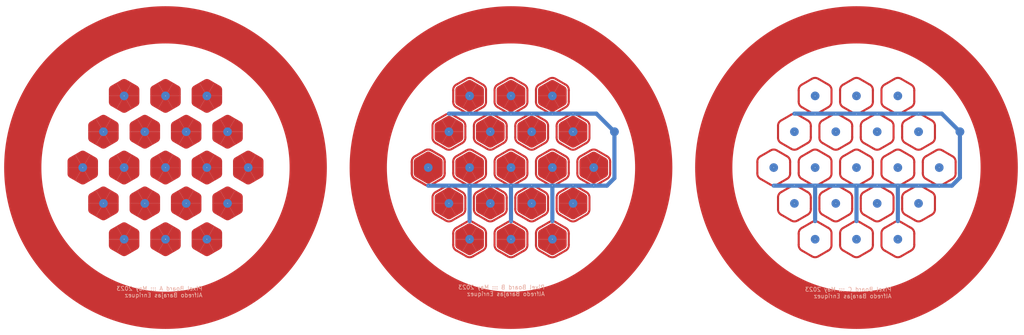
<source format=kicad_pcb>
(kicad_pcb (version 20221018) (generator pcbnew)
  (layers (0 "F.Cu" signal) (31 "B.Cu" signal) (34 "B.Paste" user) (35 "F.Paste" user) (36 "B.SilkS" user "B.Silkscreen") (37 "F.SilkS" user "F.Silkscreen") (38 "B.Mask" user) (39 "F.Mask" user) (44 "Edge.Cuts" user))
  (net 0 "")
  (footprint "1.Hex:Hex.Tile.Solid.G.Hex" (layer "F.Cu") (at 163.460022 49.635056 90)
    (fp_text reference "REF**61" hide)
    (fp_text value "Hex.Tile.Solid.G.Hex" hide)
  )
  (footprint "1.Hex:Hex.Tile.Solid.G.Dot" (layer "F.Cu") (at 221.965 40.975 90)
    (fp_text reference "REF**" hide)
    (fp_text value "Hex.Tile.Solid.G.Dot" hide)
  )
  (footprint "1.Hex:Hex.Tile.Solid.G.Hex" (layer "F.Cu") (at 138.460022 40.975056 90)
    (fp_text reference "REF**63" hide)
    (fp_text value "Hex.Tile.Solid.G.Hex" hide)
  )
  (footprint "1.Hex:Hex.Tile.Solid.G.Hex" (layer "F.Cu") (at 163.460022 66.955056 90)
    (fp_text reference "REF**22" hide)
    (fp_text value "Hex.Tile.Solid.G.Hex" hide)
  )
  (footprint "1.Hex:Hex.Tile.Solid.G.Hex" (layer "F.Cu") (at 133.460022 49.635056 90)
    (fp_text reference "REF**94" hide)
    (fp_text value "Hex.Tile.Solid.G.Hex" hide)
  )
  (footprint "1.Hex:Hex.Tile.Solid.G.Dot" (layer "F.Cu") (at 216.965 49.635 90)
    (fp_text reference "REF**" hide)
    (fp_text value "Hex.Tile.Solid.G.Dot" hide)
  )
  (footprint "1.Hex:Hex.Tile.Solid.G.Dot" (layer "F.Cu") (at 231.965 58.295 90)
    (fp_text reference "REF**" hide)
    (fp_text value "Hex.Tile.Solid.G.Dot" hide)
  )
  (footprint "1.Hex:Hex.Tile.Solid.G.Dot" (layer "F.Cu") (at 231.965 75.615 90)
    (fp_text reference "REF**" hide)
    (fp_text value "Hex.Tile.Solid.G.Dot" hide)
  )
  (footprint "1.Hex:Hex.Tile.Solid.G.Hex" (layer "F.Cu") (at 138.460022 58.295056 90)
    (fp_text reference "REF**75" hide)
    (fp_text value "Hex.Tile.Solid.G.Hex" hide)
  )
  (footprint "1.Hex:Hex.Tile.Solid.Hex" (layer "F.Cu") (at 64.955 75.615 90)
    (fp_text reference "REF**" hide)
    (fp_text value "Hex.Tile.Solid.Hex" hide)
  )
  (footprint "1.Hex:Hex.Tile.Solid.Hex" (layer "F.Cu") (at 74.955 40.975 90)
    (fp_text reference "REF**" hide)
    (fp_text value "Hex.Tile.Solid.Hex" hide)
  )
  (footprint "1.Hex:Hex.Tile.Solid.G.Dot" (layer "F.Cu") (at 236.965 49.635 90)
    (fp_text reference "REF**" hide)
    (fp_text value "Hex.Tile.Solid.G.Dot" hide)
  )
  (footprint "1.Hex:Hex.Tile.Solid.G.Hex" (layer "F.Cu") (at 153.460022 49.635056 90)
    (fp_text reference "REF**60" hide)
    (fp_text value "Hex.Tile.Solid.G.Hex" hide)
  )
  (footprint "1.Hex:Hex.Tile.Solid.Hex" (layer "F.Cu") (at 74.955 75.615 90)
    (fp_text reference "REF**" hide)
    (fp_text value "Hex.Tile.Solid.Hex" hide)
  )
  (footprint "1.Hex:Hex.Tile.Solid.G.Hex" (layer "F.Cu") (at 143.460022 49.635056 90)
    (fp_text reference "REF**59" hide)
    (fp_text value "Hex.Tile.Solid.G.Hex" hide)
  )
  (footprint "1.Hex:Hex.Tile.Solid.G.Dot" (layer "F.Cu") (at 226.965 66.955 90)
    (fp_text reference "REF**" hide)
    (fp_text value "Hex.Tile.Solid.G.Dot" hide)
  )
  (footprint "1.Hex:Hex.Tile.Solid.G.Hex" (layer "F.Cu") (at 148.460022 40.975056 90)
    (fp_text reference "REF**65" hide)
    (fp_text value "Hex.Tile.Solid.G.Hex" hide)
  )
  (footprint "1.Hex:Hex.Tile.Solid.G.Dot" (layer "F.Cu") (at 241.965 75.615 90)
    (fp_text reference "REF**" hide)
    (fp_text value "Hex.Tile.Solid.G.Dot" hide)
  )
  (footprint "1.Hex:Hex.Tile.Solid.G.Hex" (layer "F.Cu") (at 128.460022 58.295056 90)
    (fp_text reference "REF**91" hide)
    (fp_text value "Hex.Tile.Solid.G.Hex" hide)
  )
  (footprint "1.Hex:Hex.Tile.Solid.Hex" (layer "F.Cu") (at 54.955 40.975 90)
    (fp_text reference "REF**" hide)
    (fp_text value "Hex.Tile.Solid.Hex" hide)
  )
  (footprint "1.Hex:Hex.Tile.Solid.Hex" (layer "F.Cu") (at 79.955 49.635 90)
    (fp_text reference "REF**" hide)
    (fp_text value "Hex.Tile.Solid.Hex" hide)
  )
  (footprint "1.Hex:Hex.Tile.Solid.Hex" (layer "F.Cu") (at 44.955 58.295 90)
    (fp_text reference "REF**" hide)
    (fp_text value "Hex.Tile.Solid.Hex" hide)
  )
  (footprint "1.Hex:Hex.Tile.Solid.G.Dot" (layer "F.Cu") (at 246.965 66.955 90)
    (fp_text reference "REF**" hide)
    (fp_text value "Hex.Tile.Solid.G.Dot" hide)
  )
  (footprint "1.Hex:Hex.Tile.Solid.G.Hex" (layer "F.Cu") (at 143.460022 66.955056 90)
    (fp_text reference "REF**79" hide)
    (fp_text value "Hex.Tile.Solid.G.Hex" hide)
  )
  (footprint "1.Hex:Hex.Tile.Solid.Hex" (layer "F.Cu") (at 69.955 49.635 90)
    (fp_text reference "REF**" hide)
    (fp_text value "Hex.Tile.Solid.Hex" hide)
  )
  (footprint "1.Hex:Hex.Tile.Solid.G.Hex" (layer "F.Cu") (at 153.460022 66.955056 90)
    (fp_text reference "REF**18" hide)
    (fp_text value "Hex.Tile.Solid.G.Hex" hide)
  )
  (footprint "1.Hex:Hex.Tile.Solid.G.Dot" (layer "F.Cu") (at 216.965 66.955 90)
    (fp_text reference "REF**" hide)
    (fp_text value "Hex.Tile.Solid.G.Dot" hide)
  )
  (footprint "1.Hex:Hex.Tile.Solid.G.Dot" (layer "F.Cu") (at 251.965 58.295 90)
    (fp_text reference "REF**" hide)
    (fp_text value "Hex.Tile.Solid.G.Dot" hide)
  )
  (footprint "1.Hex:Hex.Tile.Solid.G.Dot" (layer "F.Cu") (at 246.965 49.635 90)
    (fp_text reference "REF**" hide)
    (fp_text value "Hex.Tile.Solid.G.Dot" hide)
  )
  (footprint "1.Hex:Hex.Tile.Solid.G.Dot" (layer "F.Cu") (at 241.965 58.295 90)
    (fp_text reference "REF**" hide)
    (fp_text value "Hex.Tile.Solid.G.Dot" hide)
  )
  (footprint "1.Hex:Hex.Tile.Solid.G.Hex" (layer "F.Cu") (at 168.460022 58.295056 90)
    (fp_text reference "REF**12" hide)
    (fp_text value "Hex.Tile.Solid.G.Hex" hide)
  )
  (footprint "1.Hex:Hex.Tile.Solid.Hex" (layer "F.Cu") (at 64.955 58.295 90)
    (fp_text reference "REF**" hide)
    (fp_text value "Hex.Tile.Solid.Hex" hide)
  )
  (footprint "1.Hex:Hex.Tile.Solid.G.Hex" (layer "F.Cu") (at 148.460022 75.615056 90)
    (fp_text reference "REF**84" hide)
    (fp_text value "Hex.Tile.Solid.G.Hex" hide)
  )
  (footprint "1.Hex:Hex.Tile.Solid.G.Hex" (layer "F.Cu") (at 148.460022 58.295056 90)
    (fp_text reference "REF**" hide)
    (fp_text value "Hex.Tile.Solid.G.Hex" hide)
  )
  (footprint "1.Hex:Hex.Tile.Solid.G.Hex" (layer "F.Cu") (at 158.460022 75.615056 90)
    (fp_text reference "REF**29" hide)
    (fp_text value "Hex.Tile.Solid.G.Hex" hide)
  )
  (footprint "1.Hex:Hex.Tile.Solid.G.Hex" (layer "F.Cu") (at 128.460022 58.295056 90)
    (fp_text reference "REF**76" hide)
    (fp_text value "Hex.Tile.Solid.G.Hex" hide)
  )
  (footprint "1.Hex:Hex.Tile.Solid.Hex" (layer "F.Cu") (at 69.955 66.955 90)
    (fp_text reference "REF**" hide)
    (fp_text value "Hex.Tile.Solid.Hex" hide)
  )
  (footprint "1.Hex:Hex.Tile.Solid.G.Dot" (layer "F.Cu") (at 211.965 58.295 90)
    (fp_text reference "REF**" hide)
    (fp_text value "Hex.Tile.Solid.G.Dot" hide)
  )
  (footprint "1.Hex:Hex.Tile.Solid.G.Dot" (layer "F.Cu") (at 236.965 66.955 90)
    (fp_text reference "REF**" hide)
    (fp_text value "Hex.Tile.Solid.G.Dot" hide)
  )
  (footprint "1.Hex:Hex.Tile.Solid.G.Dot" (layer "F.Cu") (at 241.965 40.975 90)
    (fp_text reference "REF**" hide)
    (fp_text value "Hex.Tile.Solid.G.Dot" hide)
  )
  (footprint "1.Hex:Hex.Tile.Solid.G.Hex" (layer "F.Cu") (at 133.460022 66.955056 90)
    (fp_text reference "REF**81" hide)
    (fp_text value "Hex.Tile.Solid.G.Hex" hide)
  )
  (footprint "1.Hex:Hex.Tile.Solid.G.Dot" (layer "F.Cu") (at 226.965 49.635 90)
    (fp_text reference "REF**" hide)
    (fp_text value "Hex.Tile.Solid.G.Dot" hide)
  )
  (footprint "1.Hex:Hex.Tile.Solid.G.Dot" (layer "F.Cu") (at 231.965 40.975 90)
    (fp_text reference "REF**" hide)
    (fp_text value "Hex.Tile.Solid.G.Dot" hide)
  )
  (footprint "1.Hex:Hex.Tile.Solid.Hex" (layer "F.Cu") (at 54.955 75.615 90)
    (fp_text reference "REF**" hide)
    (fp_text value "Hex.Tile.Solid.Hex" hide)
  )
  (footprint "1.Hex:Hex.Tile.Solid.Hex" (layer "F.Cu") (at 59.955 49.635 90)
    (fp_text reference "REF**" hide)
    (fp_text value "Hex.Tile.Solid.Hex" hide)
  )
  (footprint "1.Hex:Hex.Tile.Solid.G.Dot" (layer "F.Cu") (at 221.965 75.615 90)
    (fp_text reference "REF**" hide)
    (fp_text value "Hex.Tile.Solid.G.Dot" hide)
  )
  (footprint "1.Hex:Hex.Tile.Solid.Hex" (layer "F.Cu") (at 84.955 58.295 90)
    (fp_text reference "REF**" hide)
    (fp_text value "Hex.Tile.Solid.Hex" hide)
  )
  (footprint "1.Hex:Hex.Tile.Solid.G.Hex" (layer "F.Cu") (at 138.460022 75.615056 90)
    (fp_text reference "REF**85" hide)
    (fp_text value "Hex.Tile.Solid.G.Hex" hide)
  )
  (footprint "1.Hex:Hex.Tile.Solid.Hex" (layer "F.Cu") (at 79.955 66.955 90)
    (fp_text reference "REF**" hide)
    (fp_text value "Hex.Tile.Solid.Hex" hide)
  )
  (footprint "1.Hex:Hex.Tile.Solid.G.Hex" (layer "F.Cu") (at 158.460022 40.975056 90)
    (fp_text reference "REF**66" hide)
    (fp_text value "Hex.Tile.Solid.G.Hex" hide)
  )
  (footprint "1.Hex:Hex.Tile.Solid.Hex" (layer "F.Cu") (at 54.955 58.295 90)
    (fp_text reference "REF**" hide)
    (fp_text value "Hex.Tile.Solid.Hex" hide)
  )
  (footprint "1.Hex:Hex.Tile.Solid.G.Hex" (layer "F.Cu") (at 158.460022 58.295056 90)
    (fp_text reference "REF**7" hide)
    (fp_text value "Hex.Tile.Solid.G.Hex" hide)
  )
  (footprint "1.Hex:Hex.Tile.Solid.Hex" (layer "F.Cu") (at 49.955 49.635 90)
    (fp_text reference "REF**" hide)
    (fp_text value "Hex.Tile.Solid.Hex" hide)
  )
  (footprint "1.Hex:Hex.Tile.Solid.Hex" (layer "F.Cu") (at 74.955 58.295 90)
    (fp_text reference "REF**" hide)
    (fp_text value "Hex.Tile.Solid.Hex" hide)
  )
  (footprint "1.Hex:Hex.Tile.Solid.Hex" (layer "F.Cu") (at 64.955 40.975 90)
    (fp_text reference "REF**" hide)
    (fp_text value "Hex.Tile.Solid.Hex" hide)
  )
  (footprint "1.Hex:Hex.Tile.Solid.Hex" (layer "F.Cu") (at 49.955 66.955 90)
    (fp_text reference "REF**" hide)
    (fp_text value "Hex.Tile.Solid.Hex" hide)
  )
  (footprint "1.Hex:Hex.Tile.Solid.G.Dot" (layer "F.Cu") (at 221.965 58.295 90)
    (fp_text reference "REF**" hide)
    (fp_text value "Hex.Tile.Solid.G.Dot" hide)
  )
  (footprint "1.Hex:Hex.Tile.Solid.Hex" (layer "F.Cu") (at 59.955 66.955 90)
    (fp_text reference "REF**" hide)
    (fp_text value "Hex.Tile.Solid.Hex" hide)
  )
  (gr_circle (center 64.955 58.295) (end 99.455 58.295) (stroke (width 9)) (fill none) (layer "F.Cu"))
  (gr_circle (center 231.965 58.295) (end 266.465 58.295) (stroke (width 9)) (fill none) (layer "F.Cu"))
  (gr_circle (center 148.460022 58.295056) (end 182.960022 58.295056) (stroke (width 9)) (fill none) (layer "F.Cu"))
  (gr_circle (center 158.4604 40.9749) (end 159.4604 40.9749) (stroke (width 0.1)) (fill solid) (layer "B.Cu"))
  (gr_circle (center 49.955 66.955) (end 50.955 66.955) (stroke (width 0.1)) (fill solid) (layer "B.Cu"))
  (gr_circle (center 79.955 49.635) (end 80.955 49.635) (stroke (width 0.1)) (fill solid) (layer "B.Cu"))
  (gr_circle (center 236.965 66.955) (end 237.965 66.955) (stroke (width 0.1)) (fill solid) (layer "B.Cu"))
  (gr_circle (center 256.965 49.635) (end 257.965 49.635) (stroke (width 0.1)) (fill solid) (layer "B.Cu"))
  (gr_circle (center 133.4604 49.6349) (end 134.4604 49.6349) (stroke (width 0.1)) (fill solid) (layer "B.Cu"))
  (gr_circle (center 64.951263 40.968737) (end 65.951263 40.968737) (stroke (width 0.1)) (fill solid) (layer "B.Cu"))
  (gr_circle (center 49.955 49.635) (end 50.955 49.635) (stroke (width 0.1)) (fill solid) (layer "B.Cu"))
  (gr_circle (center 231.961263 40.968737) (end 232.961263 40.968737) (stroke (width 0.1)) (fill solid) (layer "B.Cu"))
  (gr_circle (center 153.4604 66.9549) (end 154.4604 66.9549) (stroke (width 0.1)) (fill solid) (layer "B.Cu"))
  (gr_circle (center 231.965 58.295) (end 232.965 58.295) (stroke (width 0.1)) (fill solid) (layer "B.Cu"))
  (gr_circle (center 163.4604 66.9549) (end 164.4604 66.9549) (stroke (width 0.1)) (fill solid) (layer "B.Cu"))
  (gr_circle (center 84.955 58.295) (end 85.955 58.295) (stroke (width 0.1)) (fill solid) (layer "B.Cu"))
  (gr_circle (center 79.955 66.955) (end 80.955 66.955) (stroke (width 0.1)) (fill solid) (layer "B.Cu"))
  (gr_circle (center 64.955 75.615) (end 65.955 75.615) (stroke (width 0.1)) (fill solid) (layer "B.Cu"))
  (gr_circle (center 163.4604 49.6349) (end 164.4604 49.6349) (stroke (width 0.1)) (fill solid) (layer "B.Cu"))
  (gr_circle (center 74.955 40.975) (end 75.955 40.975) (stroke (width 0.1)) (fill solid) (layer "B.Cu"))
  (gr_circle (center 138.4604 58.2949) (end 139.4604 58.2949) (stroke (width 0.1)) (fill solid) (layer "B.Cu"))
  (gr_circle (center 231.965 75.615) (end 232.965 75.615) (stroke (width 0.1)) (fill solid) (layer "B.Cu"))
  (gr_circle (center 59.955 66.955) (end 60.955 66.955) (stroke (width 0.1)) (fill solid) (layer "B.Cu"))
  (gr_circle (center 173.4604 49.6349) (end 174.4604 49.6349) (stroke (width 0.1)) (fill solid) (layer "B.Cu"))
  (gr_circle (center 158.4604 58.2949) (end 159.4604 58.2949) (stroke (width 0.1)) (fill solid) (layer "B.Cu"))
  (gr_circle (center 256.965 49.635) (end 257.965 49.635) (stroke (width 0.1)) (fill solid) (layer "B.Cu"))
  (gr_circle (center 168.4604 58.2949) (end 169.4604 58.2949) (stroke (width 0.1)) (fill solid) (layer "B.Cu"))
  (gr_circle (center 69.955 66.955) (end 70.955 66.955) (stroke (width 0.1)) (fill solid) (layer "B.Cu"))
  (gr_circle (center 128.4604 58.2949) (end 129.4604 58.2949) (stroke (width 0.1)) (fill solid) (layer "B.Cu"))
  (gr_circle (center 226.965 66.955) (end 227.965 66.955) (stroke (width 0.1)) (fill solid) (layer "B.Cu"))
  (gr_circle (center 153.4604 49.6349) (end 154.4604 49.6349) (stroke (width 0.1)) (fill solid) (layer "B.Cu"))
  (gr_circle (center 246.965 49.635) (end 247.965 49.635) (stroke (width 0.1)) (fill solid) (layer "B.Cu"))
  (gr_circle (center 251.965 58.295) (end 252.965 58.295) (stroke (width 0.1)) (fill solid) (layer "B.Cu"))
  (gr_circle (center 74.955 75.615) (end 75.955 75.615) (stroke (width 0.1)) (fill solid) (layer "B.Cu"))
  (gr_circle (center 226.965 49.635) (end 227.965 49.635) (stroke (width 0.1)) (fill solid) (layer "B.Cu"))
  (gr_circle (center 138.4604 75.6149) (end 139.4604 75.6149) (stroke (width 0.1)) (fill solid) (layer "B.Cu"))
  (gr_circle (center 148.456663 40.968637) (end 149.456663 40.968637) (stroke (width 0.1)) (fill solid) (layer "B.Cu"))
  (gr_circle (center 44.955 58.295) (end 45.955 58.295) (stroke (width 0.1)) (fill solid) (layer "B.Cu"))
  (gr_circle (center 69.955 49.635) (end 70.955 49.635) (stroke (width 0.1)) (fill solid) (layer "B.Cu"))
  (gr_circle (center 148.4604 58.2949) (end 149.4604 58.2949) (stroke (width 0.1)) (fill solid) (layer "B.Cu"))
  (gr_circle (center 221.965 75.615) (end 222.965 75.615) (stroke (width 0.1)) (fill solid) (layer "B.Cu"))
  (gr_circle (center 138.4604 40.9749) (end 139.4604 40.9749) (stroke (width 0.1)) (fill solid) (layer "B.Cu"))
  (gr_circle (center 241.965 40.975) (end 242.965 40.975) (stroke (width 0.1)) (fill solid) (layer "B.Cu"))
  (gr_circle (center 64.955 58.295) (end 65.955 58.295) (stroke (width 0.1)) (fill solid) (layer "B.Cu"))
  (gr_circle (center 221.965 58.295) (end 222.965 58.295) (stroke (width 0.1)) (fill solid) (layer "B.Cu"))
  (gr_circle (center 173.4604 49.6349) (end 174.4604 49.6349) (stroke (width 0.1)) (fill solid) (layer "B.Cu"))
  (gr_circle (center 216.965 49.635) (end 217.965 49.635) (stroke (width 0.1)) (fill solid) (layer "B.Cu"))
  (gr_circle (center 143.4604 49.6349) (end 144.4604 49.6349) (stroke (width 0.1)) (fill solid) (layer "B.Cu"))
  (gr_circle (center 143.4604 66.9549) (end 144.4604 66.9549) (stroke (width 0.1)) (fill solid) (layer "B.Cu"))
  (gr_circle (center 59.955 49.635) (end 60.955 49.635) (stroke (width 0.1)) (fill solid) (layer "B.Cu"))
  (gr_circle (center 241.965 75.615) (end 242.965 75.615) (stroke (width 0.1)) (fill solid) (layer "B.Cu"))
  (gr_circle (center 54.955 75.615) (end 55.955 75.615) (stroke (width 0.1)) (fill solid) (layer "B.Cu"))
  (gr_circle (center 236.965 49.635) (end 237.965 49.635) (stroke (width 0.1)) (fill solid) (layer "B.Cu"))
  (gr_circle (center 163.4604 49.6349) (end 164.4604 49.6349) (stroke (width 0.1)) (fill solid) (layer "B.Cu"))
  (gr_circle (center 133.4604 66.9549) (end 134.4604 66.9549) (stroke (width 0.1)) (fill solid) (layer "B.Cu"))
  (gr_circle (center 148.4604 75.6149) (end 149.4604 75.6149) (stroke (width 0.1)) (fill solid) (layer "B.Cu"))
  (gr_circle (center 246.965 49.635) (end 247.965 49.635) (stroke (width 0.1)) (fill solid) (layer "B.Cu"))
  (gr_circle (center 241.965 58.295) (end 242.965 58.295) (stroke (width 0.1)) (fill solid) (layer "B.Cu"))
  (gr_circle (center 211.965 58.295) (end 212.965 58.295) (stroke (width 0.1)) (fill solid) (layer "B.Cu"))
  (gr_circle (center 158.4604 75.6149) (end 159.4604 75.6149) (stroke (width 0.1)) (fill solid) (layer "B.Cu"))
  (gr_circle (center 216.965 66.955) (end 217.965 66.955) (stroke (width 0.1)) (fill solid) (layer "B.Cu"))
  (gr_circle (center 54.955 58.295) (end 55.955 58.295) (stroke (width 0.1)) (fill solid) (layer "B.Cu"))
  (gr_circle (center 246.965 66.955) (end 247.965 66.955) (stroke (width 0.1)) (fill solid) (layer "B.Cu"))
  (gr_circle (center 74.955 58.295) (end 75.955 58.295) (stroke (width 0.1)) (fill solid) (layer "B.Cu"))
  (gr_circle (center 221.965 40.975) (end 222.965 40.975) (stroke (width 0.1)) (fill solid) (layer "B.Cu"))
  (gr_circle (center 54.955 40.975) (end 55.955 40.975) (stroke (width 0.1)) (fill solid) (layer "B.Cu"))
  (gr_circle (center 118.149511 75.7949) (end 119.649511 75.7949) (stroke (width 0.001)) (fill none) (layer "Edge.Cuts"))
  (gr_circle (center 148.4604 23.2949) (end 149.9604 23.2949) (stroke (width 0.001)) (fill none) (layer "Edge.Cuts"))
  (gr_circle (center 231.965 23.295) (end 233.465 23.295) (stroke (width 0.001)) (fill none) (layer "Edge.Cuts"))
  (gr_circle (center 148.460022 58.295056) (end 187.460022 58.295056) (stroke (width 0.001)) (fill none) (layer "Edge.Cuts"))
  (gr_circle (center 231.965 58.295) (end 270.965 58.295) (stroke (width 0.001)) (fill none) (layer "Edge.Cuts"))
  (gr_circle (center 178.771289 75.7949) (end 180.271289 75.7949) (stroke (width 0.001)) (fill none) (layer "Edge.Cuts"))
  (gr_circle (center 262.275889 75.795) (end 263.775889 75.795) (stroke (width 0.001)) (fill none) (layer "Edge.Cuts"))
  (gr_circle (center 64.955 58.295) (end 103.955 58.295) (stroke (width 0.001)) (fill none) (layer "Edge.Cuts"))
  (gr_circle (center 64.955 23.295) (end 66.455 23.295) (stroke (width 0.001)) (fill none) (layer "Edge.Cuts"))
  (gr_circle (center 201.654111 75.795) (end 203.154111 75.795) (stroke (width 0.001)) (fill none) (layer "Edge.Cuts"))
  (gr_circle (center 34.644111 75.795) (end 36.144111 75.795) (stroke (width 0.001)) (fill none) (layer "Edge.Cuts"))
  (gr_circle (center 95.265889 75.795) (end 96.765889 75.795) (stroke (width 0.001)) (fill none) (layer "Edge.Cuts"))
  (gr_text "Pixel Board B ::: May 2023\nAlfredo Barajas Enriquez\n" (at 156.7004 89.4249) (layer "B.SilkS") (effects (font (size 1 1)) (justify left bottom mirror)))
  (gr_text "Pixel Board A ::: May 2023\nAlfredo Barajas Enriquez" (at 73.97 89.725) (layer "B.SilkS") (effects (font (size 1 1)) (justify left bottom mirror)))
  (gr_text "Pixel Board C ::: May 2023\nAlfredo Barajas Enriquez\n" (at 240.515237 89.944937) (layer "B.SilkS") (effects (font (size 1 1)) (justify left bottom mirror)))
  (via blind (at 236.965 62.58) (size 0.25) (drill 0.15) (layers "F.Cu" "B.Cu") (net 0))
  (via blind (at 216.965 45.26) (size 0.25) (drill 0.15) (layers "F.Cu" "B.Cu") (net 0))
  (via blind (at 158.460022 58.295056) (size 0.25) (drill 0.15) (layers "F.Cu" "B.Cu") (net 0))
  (via blind (at 163.4604 49.6349) (size 0.25) (drill 0.15) (layers "F.Cu" "B.Cu") (net 0))
  (via blind (at 216.965 49.635) (size 0.25) (drill 0.15) (layers "F.Cu" "B.Cu") (net 0))
  (via blind (at 221.965 75.615) (size 0.25) (drill 0.15) (layers "F.Cu" "B.Cu") (net 0))
  (via blind (at 241.965 71.24) (size 0.25) (drill 0.15) (layers "F.Cu" "B.Cu") (net 0))
  (via blind (at 128.460022 58.295056) (size 0.25) (drill 0.15) (layers "F.Cu" "B.Cu") (net 0))
  (via blind (at 241.965 62.67) (size 0.25) (drill 0.15) (layers "F.Cu" "B.Cu") (net 0))
  (via blind (at 158.460022 62.670056) (size 0.25) (drill 0.15) (layers "F.Cu" "B.Cu") (net 0))
  (via blind (at 246.965 49.635) (size 0.25) (drill 0.15) (layers "F.Cu" "B.Cu") (net 0))
  (via blind (at 64.955 75.615) (size 0.25) (drill 0.15) (layers "F.Cu" "B.Cu") (net 0))
  (via blind (at 226.965 66.955) (size 0.25) (drill 0.15) (layers "F.Cu" "B.Cu") (net 0))
  (via blind (at 158.4604 40.9749) (size 0.25) (drill 0.15) (layers "F.Cu" "B.Cu") (net 0))
  (via blind (at 148.4604 71.2399) (size 0.25) (drill 0.15) (layers "F.Cu" "B.Cu") (net 0))
  (via blind (at 246.965 66.955) (size 0.25) (drill 0.15) (layers "F.Cu" "B.Cu") (net 0))
  (via blind (at 251.965 62.67) (size 0.25) (drill 0.15) (layers "F.Cu" "B.Cu") (net 0))
  (via blind (at 153.4604 66.9549) (size 0.25) (drill 0.15) (layers "F.Cu" "B.Cu") (net 0))
  (via blind (at 143.4604 49.6349) (size 0.25) (drill 0.15) (layers "F.Cu" "B.Cu") (net 0))
  (via blind (at 148.4604 62.6699) (size 0.25) (drill 0.15) (layers "F.Cu" "B.Cu") (net 0))
  (via blind (at 84.955 58.295) (size 0.25) (drill 0.15) (layers "F.Cu" "B.Cu") (net 0))
  (via blind (at 138.460022 40.975056) (size 0.25) (drill 0.15) (layers "F.Cu" "B.Cu") (net 0))
  (via blind (at 54.955 58.295) (size 0.25) (drill 0.15) (layers "F.Cu" "B.Cu") (net 0))
  (via blind (at 148.456663 45.343637) (size 0.25) (drill 0.15) (layers "F.Cu" "B.Cu") (net 0))
  (via blind (at 221.965 71.24) (size 0.25) (drill 0.15) (layers "F.Cu" "B.Cu") (net 0))
  (via blind (at 64.955 40.975) (size 0.25) (drill 0.15) (layers "F.Cu" "B.Cu") (net 0))
  (via blind (at 79.955 49.635) (size 0.25) (drill 0.15) (layers "F.Cu" "B.Cu") (net 0))
  (via blind (at 64.955 75.615) (size 0.25) (drill 0.15) (layers "F.Cu" "B.Cu") (net 0))
  (via blind (at 246.965 45.26) (size 0.25) (drill 0.15) (layers "F.Cu" "B.Cu") (net 0))
  (via blind (at 69.955 66.955) (size 0.25) (drill 0.15) (layers "F.Cu" "B.Cu") (net 0))
  (via blind (at 74.955 40.975) (size 0.25) (drill 0.15) (layers "F.Cu" "B.Cu") (net 0))
  (via blind (at 138.460022 62.670056) (size 0.25) (drill 0.15) (layers "F.Cu" "B.Cu") (net 0))
  (via blind (at 74.955 75.615) (size 0.25) (drill 0.15) (layers "F.Cu" "B.Cu") (net 0))
  (via blind (at 44.955 58.295) (size 0.25) (drill 0.15) (layers "F.Cu" "B.Cu") (net 0))
  (via blind (at 158.460022 71.240056) (size 0.25) (drill 0.15) (layers "F.Cu" "B.Cu") (net 0))
  (via blind (at 226.965 45.26) (size 0.25) (drill 0.15) (layers "F.Cu" "B.Cu") (net 0))
  (via blind (at 226.965 49.635) (size 0.25) (drill 0.15) (layers "F.Cu" "B.Cu") (net 0))
  (via blind (at 49.955 66.955) (size 0.25) (drill 0.15) (layers "F.Cu" "B.Cu") (net 0))
  (via blind (at 153.4604 49.6349) (size 0.25) (drill 0.15) (layers "F.Cu" "B.Cu") (net 0))
  (via blind (at 138.460022 58.295056) (size 0.25) (drill 0.15) (layers "F.Cu" "B.Cu") (net 0))
  (via blind (at 221.965 62.67) (size 0.25) (drill 0.15) (layers "F.Cu" "B.Cu") (net 0))
  (via blind (at 59.955 66.955) (size 0.25) (drill 0.15) (layers "F.Cu" "B.Cu") (net 0))
  (via blind (at 211.965 62.67) (size 0.25) (drill 0.15) (layers "F.Cu" "B.Cu") (net 0))
  (via blind (at 148.4604 58.2949) (size 0.25) (drill 0.15) (layers "F.Cu" "B.Cu") (net 0))
  (via blind (at 221.965 45.35) (size 0.25) (drill 0.15) (layers "F.Cu" "B.Cu") (net 0))
  (via blind (at 163.4604 49.6349) (size 0.25) (drill 0.15) (layers "F.Cu" "B.Cu") (net 0))
  (via blind (at 231.965 75.615) (size 0.25) (drill 0.15) (layers "F.Cu" "B.Cu") (net 0))
  (via blind (at 241.965 75.615) (size 0.25) (drill 0.15) (layers "F.Cu" "B.Cu") (net 0))
  (via blind (at 231.965 40.975) (size 0.25) (drill 0.15) (layers "F.Cu" "B.Cu") (net 0))
  (via blind (at 64.955 58.295) (size 0.25) (drill 0.15) (layers "F.Cu" "B.Cu") (net 0))
  (via blind (at 143.460022 66.955056) (size 0.25) (drill 0.15) (layers "F.Cu" "B.Cu") (net 0))
  (via blind (at 128.460022 62.670056) (size 0.25) (drill 0.15) (layers "F.Cu" "B.Cu") (net 0))
  (via blind (at 54.955 75.615) (size 0.25) (drill 0.15) (layers "F.Cu" "B.Cu") (net 0))
  (via blind (at 168.460022 58.295056) (size 0.25) (drill 0.15) (layers "F.Cu" "B.Cu") (net 0))
  (via blind (at 163.4604 45.2599) (size 0.25) (drill 0.15) (layers "F.Cu" "B.Cu") (net 0))
  (via blind (at 236.965 49.635) (size 0.25) (drill 0.15) (layers "F.Cu" "B.Cu") (net 0))
  (via blind (at 59.955 49.635) (size 0.25) (drill 0.15) (layers "F.Cu" "B.Cu") (net 0))
  (via blind (at 54.955 40.975) (size 0.25) (drill 0.15) (layers "F.Cu" "B.Cu") (net 0))
  (via blind (at 158.460022 75.615056) (size 0.25) (drill 0.15) (layers "F.Cu" "B.Cu") (net 0))
  (via blind (at 241.965 45.35) (size 0.25) (drill 0.15) (layers "F.Cu" "B.Cu") (net 0))
  (via blind (at 133.4604 66.9549) (size 0.25) (drill 0.15) (layers "F.Cu" "B.Cu") (net 0))
  (via blind (at 216.965 62.58) (size 0.25) (drill 0.15) (layers "F.Cu" "B.Cu") (net 0))
  (via blind (at 231.965 58.295) (size 0.25) (drill 0.15) (layers "F.Cu" "B.Cu") (net 0))
  (via blind (at 153.4604 45.2599) (size 0.25) (drill 0.15) (layers "F.Cu" "B.Cu") (net 0))
  (via blind (at 216.965 66.955) (size 0.25) (drill 0.15) (layers "F.Cu" "B.Cu") (net 0))
  (via blind (at 143.4604 45.2599) (size 0.25) (drill 0.15) (layers "F.Cu" "B.Cu") (net 0))
  (via blind (at 246.965 62.58) (size 0.25) (drill 0.15) (layers "F.Cu" "B.Cu") (net 0))
  (via blind (at 143.460022 62.580056) (size 0.25) (drill 0.15) (layers "F.Cu" "B.Cu") (net 0))
  (via blind (at 231.965 45.35) (size 0.25) (drill 0.15) (layers "F.Cu" "B.Cu") (net 0))
  (via blind (at 148.4604 75.6149) (size 0.25) (drill 0.15) (layers "F.Cu" "B.Cu") (net 0))
  (via blind (at 231.965 62.67) (size 0.25) (drill 0.15) (layers "F.Cu" "B.Cu") (net 0))
  (via blind (at 148.456663 40.968637) (size 0.25) (drill 0.15) (layers "F.Cu" "B.Cu") (net 0))
  (via blind (at 158.4604 45.3499) (size 0.25) (drill 0.15) (layers "F.Cu" "B.Cu") (net 0))
  (via blind (at 153.4604 62.5799) (size 0.25) (drill 0.15) (layers "F.Cu" "B.Cu") (net 0))
  (via blind (at 163.4604 66.9549) (size 0.25) (drill 0.15) (layers "F.Cu" "B.Cu") (net 0))
  (via blind (at 236.965 45.26) (size 0.25) (drill 0.15) (layers "F.Cu" "B.Cu") (net 0))
  (via blind (at 211.965 58.295) (size 0.25) (drill 0.15) (layers "F.Cu" "B.Cu") (net 0))
  (via blind (at 251.965 58.295) (size 0.25) (drill 0.15) (layers "F.Cu" "B.Cu") (net 0))
  (via blind (at 226.965 62.58) (size 0.25) (drill 0.15) (layers "F.Cu" "B.Cu") (net 0))
  (via blind (at 241.965 40.975) (size 0.25) (drill 0.15) (layers "F.Cu" "B.Cu") (net 0))
  (via blind (at 221.965 58.295) (size 0.25) (drill 0.15) (layers "F.Cu" "B.Cu") (net 0))
  (via blind (at 168.460022 62.670056) (size 0.25) (drill 0.15) (layers "F.Cu" "B.Cu") (net 0))
  (via blind (at 231.965 71.24) (size 0.25) (drill 0.15) (layers "F.Cu" "B.Cu") (net 0))
  (via blind (at 79.955 66.955) (size 0.25) (drill 0.15) (layers "F.Cu" "B.Cu") (net 0))
  (via blind (at 133.460022 45.260056) (size 0.25) (drill 0.15) (layers "F.Cu" "B.Cu") (net 0))
  (via blind (at 241.965 58.295) (size 0.25) (drill 0.15) (layers "F.Cu" "B.Cu") (net 0))
  (via blind (at 138.460022 75.615056) (size 0.25) (drill 0.15) (layers "F.Cu" "B.Cu") (net 0))
  (via blind (at 163.4604 62.5799) (size 0.25) (drill 0.15) (layers "F.Cu" "B.Cu") (net 0))
  (via blind (at 74.955 58.295) (size 0.25) (drill 0.15) (layers "F.Cu" "B.Cu") (net 0))
  (via blind (at 236.965 66.955) (size 0.25) (drill 0.15) (layers "F.Cu" "B.Cu") (net 0))
  (via blind (at 49.955 49.635) (size 0.25) (drill 0.15) (layers "F.Cu" "B.Cu") (net 0))
  (via blind (at 138.460022 45.350056) (size 0.25) (drill 0.15) (layers "F.Cu" "B.Cu") (net 0))
  (via blind (at 133.4604 62.5799) (size 0.25) (drill 0.15) (layers "F.Cu" "B.Cu") (net 0))
  (via blind (at 138.460022 71.240056) (size 0.25) (drill 0.15) (layers "F.Cu" "B.Cu") (net 0))
  (via blind (at 221.965 40.975) (size 0.25) (drill 0.15) (layers "F.Cu" "B.Cu") (net 0))
  (via blind (at 133.460022 49.635056) (size 0.25) (drill 0.15) (layers "F.Cu" "B.Cu") (net 0))
  (via blind (at 69.955 49.635) (size 0.25) (drill 0.15) (layers "F.Cu" "B.Cu") (net 0))
  (segment (start 252.59 45.26) (end 256.965 49.635) (width 1) (layer "B.Cu") (net 0))
  (segment (start 138.460022 45.350056) (end 158.460244 45.350056) (width 0.2) (layer "B.Cu") (net 0))
  (segment (start 169.0854 45.2599) (end 173.4604 49.6349) (width 1) (layer "B.Cu") (net 0))
  (segment (start 138.460022 62.670056) (end 138.460022 71.240056) (width 1) (layer "B.Cu") (net 0))
  (segment (start 211.965 62.67) (end 251.965 62.67) (width 1) (layer "B.Cu") (net 0))
  (segment (start 171.64007 62.670056) (end 168.460022 62.670056) (width 1) (layer "B.Cu") (net 0))
  (segment (start 158.460244 45.350056) (end 158.4604 45.3499) (width 0.2) (layer "B.Cu") (net 0))
  (segment (start 173.4604 60.849726) (end 171.64007 62.670056) (width 1) (layer "B.Cu") (net 0))
  (segment (start 256.965 49.635) (end 256.965 60.73) (width 1) (layer "B.Cu") (net 0))
  (segment (start 133.460022 45.260056) (end 163.460244 45.260056) (width 1) (layer "B.Cu") (net 0))
  (segment (start 216.965 45.26) (end 246.965 45.26) (width 1) (layer "B.Cu") (net 0))
  (segment (start 163.4604 45.2599) (end 169.0854 45.2599) (width 1) (layer "B.Cu") (net 0))
  (segment (start 241.965 71.24) (end 241.965 62.67) (width 1) (layer "B.Cu") (net 0))
  (segment (start 128.460022 62.670056) (end 168.460022 62.670056) (width 1) (layer "B.Cu") (net 0))
  (segment (start 158.460022 62.670056) (end 158.460022 71.240056) (width 1) (layer "B.Cu") (net 0))
  (segment (start 231.965 71.24) (end 231.965 62.67) (width 1) (layer "B.Cu") (net 0))
  (segment (start 256.965 60.73) (end 255.025 62.67) (width 1) (layer "B.Cu") (net 0))
  (segment (start 246.965 45.26) (end 252.59 45.26) (width 1) (layer "B.Cu") (net 0))
  (segment (start 163.460244 45.260056) (end 163.4604 45.2599) (width 0.2) (layer "B.Cu") (net 0))
  (segment (start 148.4604 71.2399) (end 148.4604 62.6699) (width 1) (layer "B.Cu") (net 0))
  (segment (start 255.025 62.67) (end 251.965 62.67) (width 1) (layer "B.Cu") (net 0))
  (segment (start 173.4604 49.6349) (end 173.4604 60.849726) (width 1) (layer "B.Cu") (net 0))
  (segment (start 221.965 71.24) (end 221.965 62.67) (width 1) (layer "B.Cu") (net 0))
)
</source>
